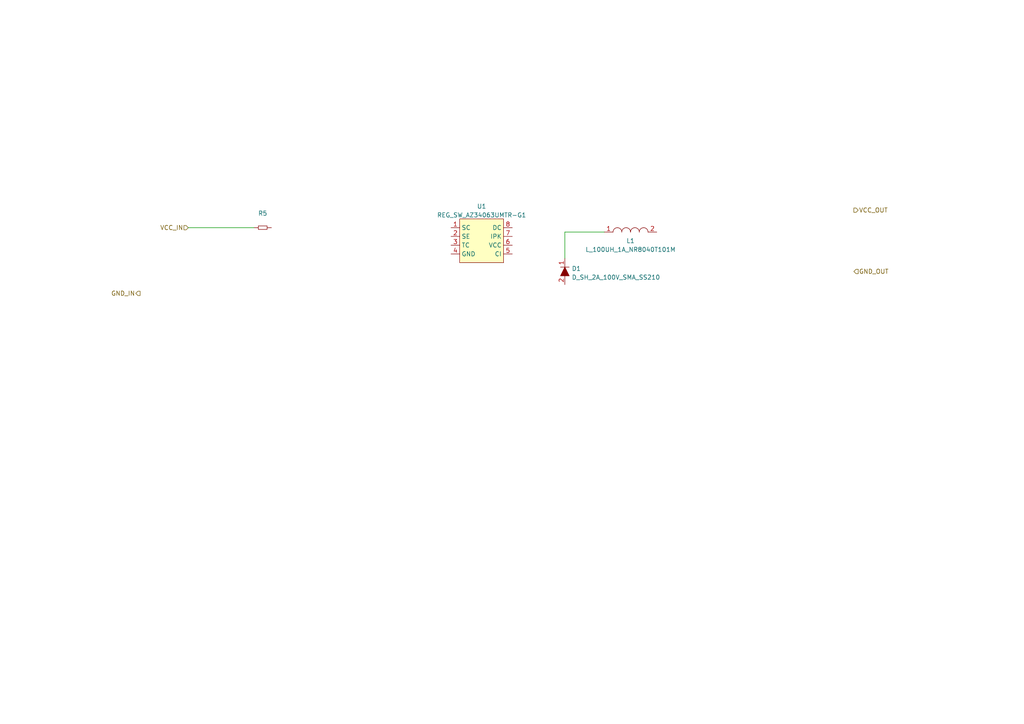
<source format=kicad_sch>
(kicad_sch (version 20211123) (generator eeschema)
  (paper "A4")
  (title_block (title "Switched Power Supply") (date "2022-04-14") (rev "0.0.0") (company "flaviohpo") (comment 1 "Author: Flávio Oliveira"))
  (lib_symbols
    (symbol "minha_lib_:D_SH_2A_100V_SMA_SS210"
      (property "Reference" "D" (at 3.81 2.54 0))
      (property "Value" "D_SH_2A_100V_SMA_SS210" (at 3.81 5.08 0))
      (symbol "D_SH_2A_100V_SMA_SS210_0_1"
        (polyline (pts (xy 2.54 1.27) (xy 2.54 -1.27) (xy 2.54 0) (xy 5.08 1.27) (xy 5.08 -1.27) (xy 2.54 0)) (stroke (width 0.1524)) (fill (type outline)))
      )
      (symbol "D_SH_2A_100V_SMA_SS210_1_1"
        (pin unspecified line (at 0 0 0) (length 2.54) (name "") (number "1"))
        (pin unspecified line (at 7.62 0 180) (length 2.54) (name "") (number "2"))
      )
    )
    (symbol "minha_lib_:L_100UH_1A_NR8040T101M"
      (property "Reference" "L" (at 0 1.905 0))
      (property "Value" "L_100UH_1A_NR8040T101M" (at 0 4.445 0))
      (symbol "L_100UH_1A_NR8040T101M_0_1"
        (arc (start -5.08 0) (mid -4.708 -0.898) (end -3.81 -1.27) (stroke (width 0.1524)))
        (arc (start -3.81 -1.27) (mid -2.912 -0.898) (end -2.54 0) (stroke (width 0.1524)))
        (arc (start -2.5399 -0.0001) (mid -2.1679 -0.8981) (end -1.2699 -1.2701) (stroke (width 0.1524)))
        (arc (start -1.2699 -1.2701) (mid -0.3719 -0.8981) (end 0.0001 -0.0001) (stroke (width 0.1524)))
        (arc (start 0.0001 -0.0001) (mid 0.3721 -0.8981) (end 1.2701 -1.2701) (stroke (width 0.1524)))
        (arc (start 1.2701 -1.2701) (mid 2.1681 -0.8981) (end 2.5401 -0.0001) (stroke (width 0.1524)))
        (arc (start 2.5401 -0.0001) (mid 2.9121 -0.8981) (end 3.8101 -1.2701) (stroke (width 0.1524)))
        (arc (start 3.8101 -1.2701) (mid 4.7081 -0.8981) (end 5.0801 -0.0001) (stroke (width 0.1524)))
      )
      (symbol "L_100UH_1A_NR8040T101M_1_1"
        (pin unspecified line (at 7.62 0 180) (length 2.54) (name "") (number "1"))
        (pin unspecified line (at -7.62 0 0) (length 2.54) (name "") (number "2"))
      )
    )
    (symbol "minha_lib_:REG_SW_AZ34063UMTR-G1"
      (property "Reference" "U" (at 3.81 3.81 0))
      (property "Value" "REG_SW_AZ34063UMTR-G1" (at 10.16 -11.43 0))
      (symbol "REG_SW_AZ34063UMTR-G1_0_1"
        (rectangle (start 2.54 2.54) (end 15.24 -10.16) (stroke (width 0.1524)) (fill (type background)))
        (rectangle (start 7.62 -10.16) (end 7.62 -10.16) (stroke (width 0.1524)))
      )
      (symbol "REG_SW_AZ34063UMTR-G1_1_1"
        (pin unspecified line (at 0 0 0) (length 2.54) (name "SC") (number "1"))
        (pin unspecified line (at 0 -2.54 0) (length 2.54) (name "SE") (number "2"))
        (pin unspecified line (at 0 -5.08 0) (length 2.54) (name "TC") (number "3"))
        (pin unspecified line (at 0 -7.62 0) (length 2.54) (name "GND") (number "4"))
        (pin unspecified line (at 17.78 -7.62 180) (length 2.54) (name "CI") (number "5"))
        (pin unspecified line (at 17.78 -5.08 180) (length 2.54) (name "VCC") (number "6"))
        (pin unspecified line (at 17.78 -2.54 180) (length 2.54) (name "IPK") (number "7"))
        (pin unspecified line (at 17.78 0 180) (length 2.54) (name "DC") (number "8"))
      )
    )
    (symbol "minha_lib_:R_0805_0R_1%_1{slash}8W" (pin_numbers hide) (pin_names (offset 0) hide)
      (property "Reference" "R" (at 2.54 1.524 0))
      (property "Value" "R_0805_0R_1%_1{slash}8W" (at 2.032 -2.032 0))
      (symbol "R_0805_0R_1%_1{slash}8W_0_1"
        (polyline (pts (xy 1.27 0.508) (xy 1.27 -0.508) (xy 3.81 -0.508) (xy 3.81 0.508) (xy 1.27 0.508)) (stroke (width 0.1524)))
      )
      (symbol "R_0805_0R_1%_1{slash}8W_1_1"
        (pin unspecified line (at 0 0 0) (length 1.27) (name "CATHODE") (number "1"))
        (pin unspecified line (at 5.08 0 180) (length 1.27) (name "ANODE") (number "2"))
      )
    )
  )
  (wire (pts (xy 54.61 66.04) (xy 73.66 66.04)))
  (wire (pts (xy 163.83 67.31) (xy 163.83 74.93)))
  (wire (pts (xy 175.26 67.31) (xy 163.83 67.31)))
  (hierarchical_label "VCC_IN" (shape input) (at 54.61 66.04 180))
  (hierarchical_label "VCC_OUT" (shape output) (at 247.65 60.96 0))
  (hierarchical_label "GND_IN" (shape output) (at 40.64 85.09 180))
  (hierarchical_label "GND_OUT" (shape input) (at 247.65 78.74 0))
  (symbol (lib_id "minha_lib_:D_SH_2A_100V_SMA_SS210") (at 163.83 74.93 270) (unit 1)
    (property "Reference" "D1" (at 165.8112 77.9053 90) (effects (justify left)))
    (property "Value" "D_SH_2A_100V_SMA_SS210" (at 165.8112 80.4422 90) (effects (justify left)))
    (property "Footprint" "minha_lib:D_SMA" (effects hide))
    (property "Datasheet" "https://media.digikey.com/pdf/Data%20Sheets/NextGen%20Components%20PDFs/SMASS21000S210.pdf" (effects hide))
    (property "PN" "SS210" (effects hide))
    (property "Link" "https://www.digikey.com.br/en/products/detail/mdd/SS210/15911579" (effects hide))
    (property "Fabricante" "MDD" (effects hide))
    (property "Detailed Description" "Diode Schottky 100 V 2A Surface Mount SMA" (effects hide))
  )
  (symbol (lib_id "minha_lib_:R_0805_0R_1%_1{slash}8W") (at 73.66 66.04 0) (unit 1)
    (property "Reference" "R5" (at 76.2 61.883 0))
    (property "Datasheet" "https://www.seielect.com/catalog/sei-rmcf_rmcp.pdf" (effects hide))
    (property "PN" "RMCF0805ZT0R00" (effects hide))
    (property "Link" "https://www.digikey.com.br/pt/products/detail/stackpole-electronics-inc/RMCF0805ZT0R00/1756901" (effects hide))
    (property "Detailed Description" "0 Ohms Jumper 0,125W, 1/8W Resistor de chip 0805 (métrico 2012) AEC-Q200 automotivo Filme grosso" (effects hide))
    (property "Fabricante" "Stackpole Electronics Inc" (effects hide))
  )
  (symbol (lib_id "minha_lib_:REG_SW_AZ34063UMTR-G1") (at 130.81 66.04 0) (unit 1)
    (property "Reference" "U1" (at 139.7 59.851 0))
    (property "Value" "REG_SW_AZ34063UMTR-G1" (at 139.7 62.3879 0))
    (property "Footprint" "minha_lib:SO8" (effects hide))
    (property "Datasheet" "https://www.diodes.com/assets/Datasheets/AZ34063U.pdf" (effects hide))
    (property "PN" "AZ34063UMTR-G1" (effects hide))
    (property "Fabricante" "Diodes Incorporated" (effects hide))
    (property "Link" "https://www.digikey.com.br/en/products/detail/diodes-incorporated/AZ34063UMTR-G1/4471007" (effects hide))
    (property "Detailed Description" "Buck, Boost Switching Regulator IC Positive or Negative Adjustable 1.25V 1 Output 1.5A (Switch) 8-SOIC (0.154\", 3.90mm Width)" (effects hide))
  )
  (symbol (lib_id "minha_lib_:L_100UH_1A_NR8040T101M") (at 182.88 67.31 180) (unit 1)
    (property "Reference" "L1" (at 182.88 69.85 0))
    (property "Value" "L_100UH_1A_NR8040T101M" (at 182.88 72.39 0))
    (property "Footprint" "minha_lib:L_8x8" (effects hide))
    (property "Datasheet" "https://www.yuden.co.jp/productdata/catalog/wound04_e.pdf" (effects hide))
    (property "Link" "https://www.digikey.com.br/en/products/detail/taiyo-yuden/NR8040T101M/1739086" (effects hide))
    (property "PN" "NR8040T101M" (effects hide))
    (property "Fabricante" "Taiyo Yuden" (effects hide))
    (property "Detailed Description" "100 µH Shielded Wirewound Inductor 1 A 377mOhm Max Nonstandard" (effects hide))
  )
)
</source>
